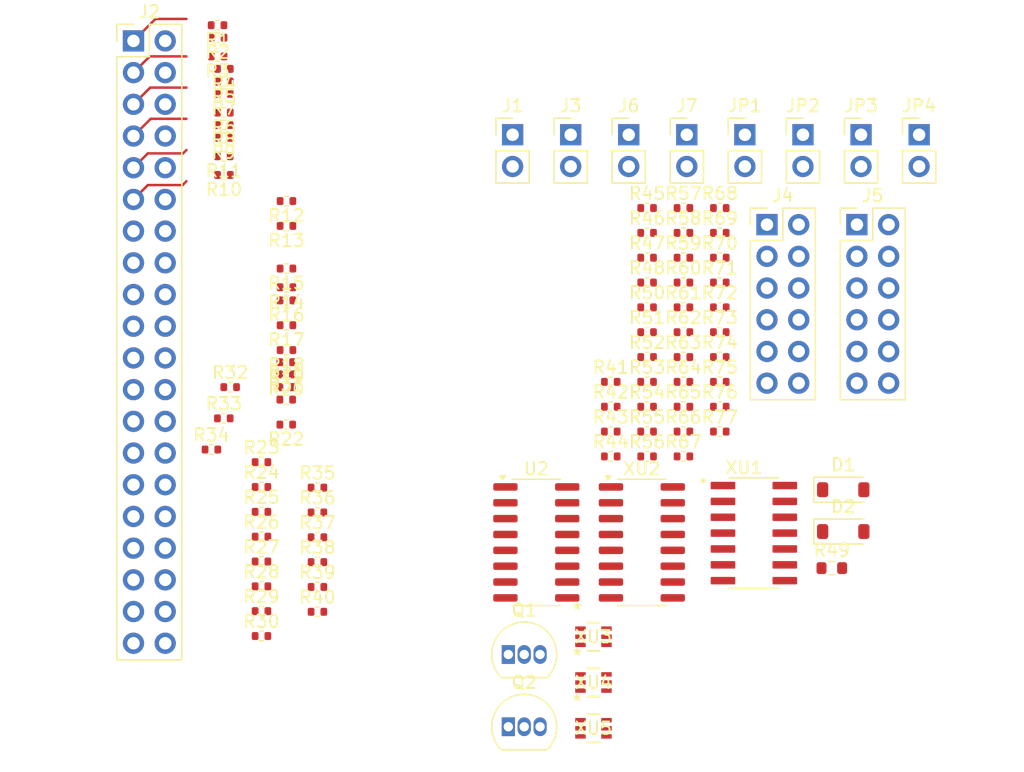
<source format=kicad_pcb>
(kicad_pcb (version 20240108) (generator "pcbnew") (generator_version "8.0")
  (layers (0 "F.Cu" signal) (31 "B.Cu" signal) (34 "B.Paste" user) (35 "F.Paste" user) (36 "B.SilkS" user "B.Silkscreen") (37 "F.SilkS" user "F.Silkscreen") (38 "B.Mask" user) (39 "F.Mask" user) (44 "Edge.Cuts" user))
  (net 0 "")
  (net 1 "Net-(D1-A)")
  (net 2 "Net-(D1-K)")
  (net 3 "+15V")
  (net 4 "Net-(J1-Pin_2)")
  (net 5 "Net-(J1-Pin_1)")
  (net 6 "Net-(J2-Pin_1)")
  (net 7 "Net-(J2-Pin_7)")
  (net 8 "Net-(J2-Pin_36)")
  (net 9 "Net-(J2-Pin_34)")
  (net 10 "Net-(J2-Pin_40)")
  (net 11 "Net-(J2-Pin_32)")
  (net 12 "Net-(J2-Pin_17)")
  (net 13 "Net-(J2-Pin_23)")
  (net 14 "Net-(J2-Pin_5)")
  (net 15 "Net-(J2-Pin_27)")
  (net 16 "Net-(J2-Pin_33)")
  (net 17 "Net-(J2-Pin_18)")
  (net 18 "Net-(J2-Pin_22)")
  (net 19 "Net-(J2-Pin_15)")
  (net 20 "Net-(J2-Pin_16)")
  (net 21 "Net-(J2-Pin_38)")
  (net 22 "Net-(J2-Pin_35)")
  (net 23 "Net-(J2-Pin_20)")
  (net 24 "Net-(J2-Pin_8)")
  (net 25 "Net-(J2-Pin_26)")
  (net 26 "Net-(J2-Pin_12)")
  (net 27 "Net-(J2-Pin_19)")
  (net 28 "Net-(J2-Pin_21)")
  (net 29 "Net-(J2-Pin_6)")
  (net 30 "Net-(J2-Pin_30)")
  (net 31 "Net-(J2-Pin_25)")
  (net 32 "Net-(J2-Pin_24)")
  (net 33 "Net-(J2-Pin_10)")
  (net 34 "Net-(J2-Pin_29)")
  (net 35 "Net-(J2-Pin_28)")
  (net 36 "Net-(J2-Pin_39)")
  (net 37 "Net-(J2-Pin_37)")
  (net 38 "Net-(J2-Pin_3)")
  (net 39 "Net-(J2-Pin_11)")
  (net 40 "Net-(J2-Pin_4)")
  (net 41 "Net-(J2-Pin_14)")
  (net 42 "Net-(J2-Pin_9)")
  (net 43 "Net-(J2-Pin_2)")
  (net 44 "Net-(J2-Pin_13)")
  (net 45 "Net-(J2-Pin_31)")
  (net 46 "/V_out")
  (net 47 "GND")
  (net 48 "3.3V")
  (net 49 "V_bias")
  (net 50 "-15V")
  (net 51 "V_slope")
  (net 52 "/V_slope_l")
  (net 53 "/V_bias_l")
  (net 54 "Net-(JP1-B)")
  (net 55 "Net-(JP1-A)")
  (net 56 "Net-(JP2-B)")
  (net 57 "Net-(JP3-B)")
  (net 58 "Net-(JP4-B)")
  (net 59 "Net-(Q1-B)")
  (net 60 "Net-(Q1-E)")
  (net 61 "Net-(Q2-E)")
  (net 62 "Net-(Q2-B)")
  (net 63 "/V_in")
  (net 64 "Net-(R42-Pad1)")
  (net 65 "Net-(R43-Pad1)")
  (net 66 "Net-(XU3-4)")
  (net 67 "Net-(XU4-3)")
  (net 68 "Net-(XU4-6)")
  (net 69 "Net-(XU5-3)")
  (net 70 "Net-(XU1B-+)")
  (net 71 "Net-(XU1B--)")
  (net 72 "Net-(XU2A--)")
  (net 73 "Net-(XU2A-+)")
  (net 74 "Net-(R60-Pad1)")
  (net 75 "Net-(R61-Pad2)")
  (net 76 "Net-(R62-Pad1)")
  (net 77 "Net-(XU1C--)")
  (net 78 "Net-(R67-Pad1)")
  (net 79 "Net-(XU1C-+)")
  (net 80 "Net-(R69-Pad1)")
  (net 81 "Net-(R71-Pad2)")
  (net 82 "Net-(R72-Pad2)")
  (net 83 "Net-(XU1D-+)")
  (net 84 "Net-(XU1D--)")
  (net 88 "Net-(XU5-1)")
  (footprint "Resistor_SMD:R_0402_1005Metric" (layer "F.Cu") (at 100.5 36.5 180)
    (property "Reference" "R4")
    (property "Value" "100k")
  )
  (footprint "Resistor_SMD:R_0402_1005Metric" (layer "F.Cu") (at 140.205 59.59)
    (property "Reference" "R74")
    (property "Value" "91k")
  )
  (footprint "Resistor_SMD:R_0402_1005Metric" (layer "F.Cu") (at 103.51 77.96)
    (property "Reference" "R28")
    (property "Value" "100k")
  )
  (footprint "Resistor_SMD:R_0402_1005Metric" (layer "F.Cu") (at 134.385 47.65)
    (property "Reference" "R45")
    (property "Value" "10k")
  )
  (footprint "Resistor_SMD:R_0402_1005Metric" (layer "F.Cu") (at 134.385 63.57)
    (property "Reference" "R54")
    (property "Value" "100k")
  )
  (footprint "Connector_PinHeader_2.54mm:PinHeader_1x02_P2.54mm_Vertical" (layer "F.Cu") (at 146.865 41.78)
    (property "Reference" "JP2")
    (property "Value" "Jumper_2_Small_Open")
  )
  (footprint "Resistor_SMD:R_0402_1005Metric" (layer "F.Cu") (at 107.99 80)
    (property "Reference" "R40")
    (property "Value" "100k")
  )
  (footprint "Resistor_SMD:R_0402_1005Metric" (layer "F.Cu") (at 100.48 42.02 180)
    (property "Reference" "R9")
    (property "Value" "100k")
  )
  (footprint "Resistor_SMD:R_0402_1005Metric" (layer "F.Cu") (at 103.51 71.99)
    (property "Reference" "R25")
    (property "Value" "100k")
  )
  (footprint "Resistor_SMD:R_0402_1005Metric" (layer "F.Cu") (at 137.295 65.56)
    (property "Reference" "R66")
    (property "Value" "91k")
  )
  (footprint "Resistor_SMD:R_0402_1005Metric" (layer "F.Cu") (at 100.49 43.5 180)
    (property "Reference" "R11")
    (property "Value" "100k")
  )
  (footprint "Resistor_SMD:R_0402_1005Metric" (layer "F.Cu") (at 105.47 60.98 180)
    (property "Reference" "R20")
    (property "Value" "100k")
  )
  (footprint "Resistor_SMD:R_0402_1005Metric" (layer "F.Cu") (at 131.475 65.56)
    (property "Reference" "R43")
    (property "Value" "35k")
  )
  (footprint "Resistor_SMD:R_0402_1005Metric" (layer "F.Cu") (at 100.49 64.5)
    (property "Reference" "R33")
    (property "Value" "100k")
  )
  (footprint "Resistor_SMD:R_0402_1005Metric" (layer "F.Cu") (at 105.49 62)
    (property "Reference" "R21")
    (property "Value" "100k")
  )
  (footprint "Connector_PinHeader_2.54mm:PinHeader_2x06_P2.54mm_Vertical" (layer "F.Cu") (at 143.985 48.98)
    (property "Reference" "J4")
    (property "Value" "Conn_02x06_Counter_Clockwise")
  )
  (footprint "Resistor_SMD:R_0402_1005Metric" (layer "F.Cu") (at 131.475 61.58)
    (property "Reference" "R41")
    (property "Value" "100k")
  )
  (footprint "Connector_PinHeader_2.54mm:PinHeader_1x02_P2.54mm_Vertical" (layer "F.Cu") (at 156.165 41.78)
    (property "Reference" "JP4")
    (property "Value" "Jumper_2_Small_Open")
  )
  (footprint "Resistor_SMD:R_0402_1005Metric" (layer "F.Cu") (at 105.49 60 180)
    (property "Reference" "R19")
    (property "Value" "100k")
  )
  (footprint "Resistor_SMD:R_0402_1005Metric" (layer "F.Cu") (at 134.385 61.58)
    (property "Reference" "R53")
    (property "Value" "1k")
  )
  (footprint "Package_TO_SOT_THT:TO-92_Inline" (layer "F.Cu") (at 123.275 89.21)
    (property "Reference" "Q2")
    (property "Value" "2N3904")
  )
  (footprint "Resistor_SMD:R_0402_1005Metric" (layer "F.Cu") (at 137.295 63.57)
    (property "Reference" "R65")
    (property "Value" "91k")
  )
  (footprint "Package_SO:SOIC-16_3.9x9.9mm_P1.27mm" (layer "F.Cu") (at 133.965 74.44)
    (property "Reference" "XU2")
    (property "Value" "LM13700")
  )
  (footprint "Resistor_SMD:R_0402_1005Metric" (layer "F.Cu") (at 101 62)
    (property "Reference" "R32")
    (property "Value" "100k")
  )
  (footprint "Resistor_SMD:R_0402_1005Metric" (layer "F.Cu") (at 134.385 57.6)
    (property "Reference" "R51")
    (property "Value" "1k")
  )
  (footprint "Resistor_SMD:R_0402_1005Metric" (layer "F.Cu") (at 100 34 180)
    (property "Reference" "R2")
    (property "Value" "100k")
  )
  (footprint "Resistor_SMD:R_0402_1005Metric" (layer "F.Cu") (at 134.385 59.59)
    (property "Reference" "R52")
    (property "Value" "1k")
  )
  (footprint "Resistor_SMD:R_0402_1005Metric" (layer "F.Cu") (at 103.51 81.94)
    (property "Reference" "R30")
    (property "Value" "100k")
  )
  (footprint "Resistor_SMD:R_0402_1005Metric" (layer "F.Cu") (at 105.51 47.09 180)
    (property "Reference" "R12")
    (property "Value" "100k")
  )
  (footprint "Resistor_SMD:R_0402_1005Metric" (layer "F.Cu") (at 100.5 37.52 180)
    (property "Reference" "R5")
    (property "Value" "100k")
  )
  (footprint "Connector_PinHeader_2.54mm:PinHeader_2x06_P2.54mm_Vertical" (layer "F.Cu") (at 151.185 48.98)
    (property "Reference" "J5")
    (property "Value" "Conn_02x06_Counter_Clockwise")
  )
  (footprint "Connector_PinHeader_2.54mm:PinHeader_1x02_P2.54mm_Vertical" (layer "F.Cu") (at 137.565 41.78)
    (property "Reference" "J7")
    (property "Value" "Conn_01x02_Pin")
  )
  (footprint "Resistor_SMD:R_0402_1005Metric" (layer "F.Cu") (at 100.5 40 180)
    (property "Reference" "R6")
    (property "Value" "100k")
  )
  (footprint "Resistor_SMD:R_0402_1005Metric" (layer "F.Cu") (at 100 35.5 180)
    (property "Reference" "R3")
    (property "Value" "100k")
  )
  (footprint "Resistor_SMD:R_0402_1005Metric" (layer "F.Cu") (at 105.49 65 180)
    (property "Reference" "R22")
    (property "Value" "100k")
  )
  (footprint "Resistor_SMD:R_0402_1005Metric" (layer "F.Cu") (at 140.205 49.64)
    (property "Reference" "R69")
    (property "Value" "10k")
  )
  (footprint "Resistor_SMD:R_0402_1005Metric" (layer "F.Cu") (at 100.49 38.5 180)
    (property "Reference" "R7")
    (property "Value" "100k")
  )
  (footprint "Resistor_SMD:R_0402_1005Metric" (layer "F.Cu") (at 103.51 68.01)
    (property "Reference" "R23")
    (property "Value" "100k")
  )
  (footprint "Resistor_SMD:R_0402_1005Metric" (layer "F.Cu") (at 140.205 57.6)
    (property "Reference" "R73")
    (property "Value" "91k")
  )
  (footprint "Resistor_SMD:R_0402_1005Metric" (layer "F.Cu") (at 137.295 61.58)
    (property "Reference" "R64")
    (property "Value" "10k")
  )
  (footprint "Diode_SMD:D_SOD-123" (layer "F.Cu") (at 150.09 73.57)
    (property "Reference" "D2")
    (property "Value" "1N4148WGW")
  )
  (footprint "Resistor_SMD:R_0402_1005Metric" (layer "F.Cu") (at 134.385 49.64)
    (property "Reference" "R46")
    (property "Value" "100k")
  )
  (footprint "Connector_PinHeader_2.54mm:PinHeader_1x02_P2.54mm_Vertical" (layer "F.Cu") (at 123.615 41.78)
    (property "Reference" "J1")
    (property "Value" "Conn_01x02_Pin")
  )
  (footprint "Resistor_SMD:R_0402_1005Metric" (layer "F.Cu") (at 131.475 63.57)
    (property "Reference" "R42")
    (property "Value" "1k")
  )
  (footprint "Resistor_SMD:R_0402_1005Metric" (layer "F.Cu") (at 137.295 49.64)
    (property "Reference" "R58")
    (property "Value" "100k")
  )
  (footprint "Resistor_SMD:R_0402_1005Metric" (layer "F.Cu") (at 140.205 61.58)
    (property "Reference" "R75")
    (property "Value" "91k")
  )
  (footprint "Package_SO:SOIC-16_3.9x9.9mm_P1.27mm" (layer "F.Cu") (at 125.515 74.44)
    (property "Reference" "U2")
    (property "Value" "LM13700")
  )
  (footprint "Resistor_SMD:R_0402_1005Metric" (layer "F.Cu") (at 137.295 67.55)
    (property "Reference" "R67")
    (property "Value" "91k")
  )
  (footprint "Connector_PinHeader_2.54mm:PinHeader_2x20_P2.54mm_Vertical" (layer "F.Cu") (at 93.26 34.26)
    (property "Reference" "J2")
    (property "Value" "Conn_02x20_Counter_Clockwise")
  )
  (footprint "Diode_SMD:D_SOD-123" (layer "F.Cu") (at 150.09 70.22)
    (property "Reference" "D1")
    (property "Value" "1N4148WGW")
  )
  (footprint "Resistor_SMD:R_0402_1005Metric" (layer "F.Cu") (at 103.51 79.95)
    (property "Reference" "R29")
    (property "Value" "100k")
  )
  (footprint "Resistor_SMD:R_0402_1005Metric" (layer "F.Cu") (at 99.5 67)
    (property "Reference" "R34")
    (property "Value" "100k")
  )
  (footprint "Resistor_SMD:R_0402_1005Metric" (layer "F.Cu") (at 103.51 75.97)
    (property "Reference" "R27")
    (property "Value" "100k")
  )
  (footprint "Resistor_SMD:R_0402_1005Metric" (layer "F.Cu") (at 140.205 65.56)
    (property "Reference" "R77")
    (property "Value" "0")
  )
  (footprint "Package_TO_SOT_THT:TO-92_Inline" (layer "F.Cu") (at 123.275 83.42)
    (property "Reference" "Q1")
    (property "Value" "2N3904")
  )
  (footprint "Resistor_SMD:R_0402_1005Metric" (layer "F.Cu") (at 100.5 45 180)
    (property "Reference" "R10")
    (property "Value" "100k")
  )
  (footprint "Resistor_SMD:R_0402_1005Metric" (layer "F.Cu") (at 103.51 73.98)
    (property "Reference" "R26")
    (property "Value" "100k")
  )
  (footprint "Connector_PinHeader_2.54mm:PinHeader_1x02_P2.54mm_Vertical" (layer "F.Cu") (at 128.265 41.78)
    (property "Reference" "J3")
    (property "Value" "Conn_01x02_Pin")
  )
  (footprint "Resistor_SMD:R_0402_1005Metric" (layer "F.Cu") (at 105.51 59.03 180)
    (property "Reference" "R18")
    (property "Value" "100k")
  )
  (footprint "Resistor_SMD:R_0402_1005Metric" (layer "F.Cu") (at 105.51 57.04 180)
    (property "Reference" "R17")
    (property "Value" "100k")
  )
  (footprint "Resistor_SMD:R_0402_1005Metric" (layer "F.Cu") (at 137.295 53.62)
    (property "Reference" "R60")
    (property "Value" "100k")
  )
  (footprint "Resistor_SMD:R_0402_1005Metric" (layer "F.Cu") (at 134.385 51.63)
    (property "Reference" "R47")
    (property "Value" "100k")
  )
  (footprint "Resistor_SMD:R_0402_1005Metric" (layer "F.Cu") (at 107.99 76.02)
    (property "Reference" "R38")
    (property "Value" "100k")
  )
  (footprint "Resistor_SMD:R_0402_1005Metric" (layer "F.Cu") (at 134.385 55.61)
    (property "Reference" "R50")
    (property "Value" "100k")
  )
  (footprint "Resistor_SMD:R_0402_1005Metric" (layer "F.Cu") (at 137.295 47.65)
    (property "Reference" "R57")
    (property "Value" "100k")
  )
  (footprint "Resistor_SMD:R_0402_1005Metric" (layer "F.Cu") (at 140.205 53.62)
    (property "Reference" "R71")
    (property "Value" "10k")
  )
  (footprint "Resistor_SMD:R_0402_1005Metric" (layer "F.Cu") (at 105.51 54 180)
    (property "Reference" "R14")
    (property "Value" "100k")
  )
  (footprint "Resistor_SMD:R_0402_1005Metric" (layer "F.Cu") (at 140.205 47.65)
    (property "Reference" "R68")
    (property "Value" "91k")
  )
  (footprint "Resistor_SMD:R_0402_1005Metric" (layer "F.Cu") (at 105.51 49.08 180)
    (property "Reference" "R13")
    (property "Value" "100k")
  )
  (footprint "Resistor_SMD:R_0402_1005Metric" (layer "F.Cu") (at 100.49 41 180)
    (property "Reference" "R8")
    (property "Value" "100k")
  )
  (footprint "Connector_PinHeader_2.54mm:PinHeader_1x02_P2.54mm_Vertical" (layer "F.Cu") (at 142.215 41.78)
    (property "Reference" "JP1")
    (property "Value" "Jumper_2_Small_Open")
  )
  (footprint "Resistor_SMD:R_0402_1005Metric" (layer "F.Cu") (at 134.385 53.62)
    (property "Reference" "R48")
    (property "Value" "100k")
  )
  (footprint "Resistor_SMD:R_0402_1005Metric" (layer "F.Cu") (at 107.99 70.05)
    (property "Reference" "R35")
    (property "Value" "100k")
  )
  (footprint "ul_SSM6N7002CFU-LF_footprints:SOT-363   US6_TOS" (layer "F.Cu") (at 130.0907 85.6655)
    (property "Reference" "XU4")
    (property "Value" "SSM6N7002CFU_LF")
  )
  (footprint "Resistor_SMD:R_0402_1005Metric" (layer "F.Cu") (at 137.295 51.63)
    (property "Reference" "R59")
    (property "Value" "1k")
  )
  (footprint "Resistor_SMD:R_0402_1005Metric" (layer "F.Cu") (at 137.295 59.59)
    (property "Reference" "R63")
    (property "Value" "10k")
  )
  (footprint "Resistor_SMD:R_0402_1005Metric" (layer "F.Cu") (at 140.205 55.61)
    (property "Reference" "R72")
    (property "Value" "10k")
  )
  (footprint "Resistor_SMD:R_0402_1005Metric" (layer "F.Cu") (at 137.295 55.61)
    (property "Reference" "R61")
    (property "Value" "100k")
  )
  (footprint "Resistor_SMD:R_0402_1005Metric" (layer "F.Cu") (at 107.99 72.04)
    (property "Reference" "R36")
    (property "Value" "100k")
  )
  (footprint "Resistor_SMD:R_0402_1005Metric" (layer "F.Cu") (at 140.205 51.63)
    (property "Reference" "R70")
    (property "Value" "10k")
  )
  (footprint "Resistor_SMD:R_0402_1005Metric" (layer "F.Cu") (at 103.51 70)
    (property "Reference" "R24")
    (property "Value" "100k")
  )
  (footprint "Resistor_SMD:R_0402_1005Metric" (layer "F.Cu") (at 131.475 67.55)
    (property "Reference" "R44")
    (property "Value" "5k")
  )
  (footprint "LM324:SOIC127P600X175-14N" (layer "F.Cu") (at 142.935 73.695)
    (property "Reference" "XU1")
    (property "Value" "LM324")
  )
  (footprint "Resistor_SMD:R_0603_1608Metric" (layer "F.Cu") (at 149.175 76.5)
    (property "Reference" "R49")
    (property "Value" "440k")
  )
  (footprint "Resistor_SMD:R_0402_1005Metric" (layer "F.Cu") (at 140.205 63.57)
    (property "Reference" "R76")
    (property "Value" "91k")
  )
  (footprint "ul_SSM6N7002CFU-LF_footprints:SOT-363   US6_TOS" (layer "F.Cu") (at 130.0907 81.9985)
    (property "Reference" "XU3")
    (property "Value" "SSM6N7002CFU_LF")
  )
  (footprint "Resistor_SMD:R_0402_1005Metric" (layer "F.Cu") (at 105.51 52.5 180)
    (property "Reference" "R15")
    (property "Value" "100k")
  )
  (footprint "Resistor_SMD:R_0402_1005Metric" (layer "F.Cu") (at 99.99 33 180)
    (property "Reference" "R1")
    (property "Value" "100k")
  )
  (footprint "Connector_PinHeader_2.54mm:PinHeader_1x02_P2.54mm_Vertical" (layer "F.Cu") (at 151.515 41.78)
    (property "Reference" "JP3")
    (property "Value" "Jumper_2_Small_Open")
  )
  (footprint "Resistor_SMD:R_0402_1005Metric" (layer "F.Cu") (at 107.99 78.01)
    (property "Reference" "R39")
    (property "Value" "100k")
  )
  (footprint "Resistor_SMD:R_0402_1005Metric" (layer "F.Cu") (at 105.51 55.05 180)
    (property "Reference" "R16")
    (property "Value" "100k")
  )
  (footprint "Resistor_SMD:R_0402_1005Metric" (layer "F.Cu") (at 137.295 57.6)
    (property "Reference" "R62")
    (property "Value" "15k")
  )
  (footprint "ul_SSM6N7002CFU-LF_footprints:SOT-363   US6_TOS" (layer "F.Cu") (at 130.0907 89.3325)
    (property "Reference" "XU5")
    (property "Value" "SSM6N7002CFU_LF")
  )
  (footprint "Resistor_SMD:R_0402_1005Metric" (layer "F.Cu") (at 107.99 74.03)
    (property "Reference" "R37")
    (property "Value" "100k")
  )
  (footprint "Connector_PinHeader_2.54mm:PinHeader_1x02_P2.54mm_Vertical" (layer "F.Cu") (at 132.915 41.78)
    (property "Reference" "J6")
    (property "Value" "Conn_01x02_Pin")
  )
  (footprint "Resistor_SMD:R_0402_1005Metric" (layer "F.Cu") (at 134.385 67.55)
    (property "Reference" "R56")
    (property "Value" "100k")
  )
  (footprint "Resistor_SMD:R_0402_1005Metric" (layer "F.Cu") (at 134.385 65.56)
    (property "Reference" "R55")
    (property "Value" "100k")
  )
  (footprint "Resistor_SMD:R_0402_1005Metric" (layer "F.Cu") (at 105.49 63)
    (property "Reference" "R31")
    (property "Value" "100k")
  )
  (segment (start 95.02 32.5) (end 97.5 32.5) (width 0.2) (layer "F.Cu") (net 6))
  (segment (start 93.26 34.26) (end 95.02 32.5) (width 0.2) (layer "F.Cu") (net 6))
  (segment (start 94.64 40.5) (end 97.5 40.5) (width 0.2) (layer "F.Cu") (net 7))
  (segment (start 93.26 41.88) (end 94.64 40.5) (width 0.2) (layer "F.Cu") (net 7))
  (segment (start 93.26 39.34) (end 94.6 38) (width 0.2) (layer "F.Cu") (net 14))
  (segment (start 94.6 38) (end 97.5 38) (width 0.2) (layer "F.Cu") (net 14))
  (segment (start 94.56 35.5) (end 97.5 35.5) (width 0.2) (layer "F.Cu") (net 38))
  (segment (start 93.26 36.8) (end 94.56 35.5) (width 0.2) (layer "F.Cu") (net 38))
  (segment (start 93.26 46.96) (end 94.41 45.81) (width 0.2) (layer "F.Cu") (net 39))
  (segment (start 94.41 45.81) (end 97.19 45.81) (width 0.2) (layer "F.Cu") (net 39))
  (segment (start 97.19 45.81) (end 97.5 45.5) (width 0.2) (layer "F.Cu") (net 39))
  (segment (start 93.26 44.42) (end 94.41 43.27) (width 0.2) (layer "F.Cu") (net 42))
  (segment (start 94.41 43.27) (end 97.23 43.27) (width 0.2) (layer "F.Cu") (net 42))
  (segment (start 97.23 43.27) (end 97.5 43) (width 0.2) (layer "F.Cu") (net 42))
)
</source>
